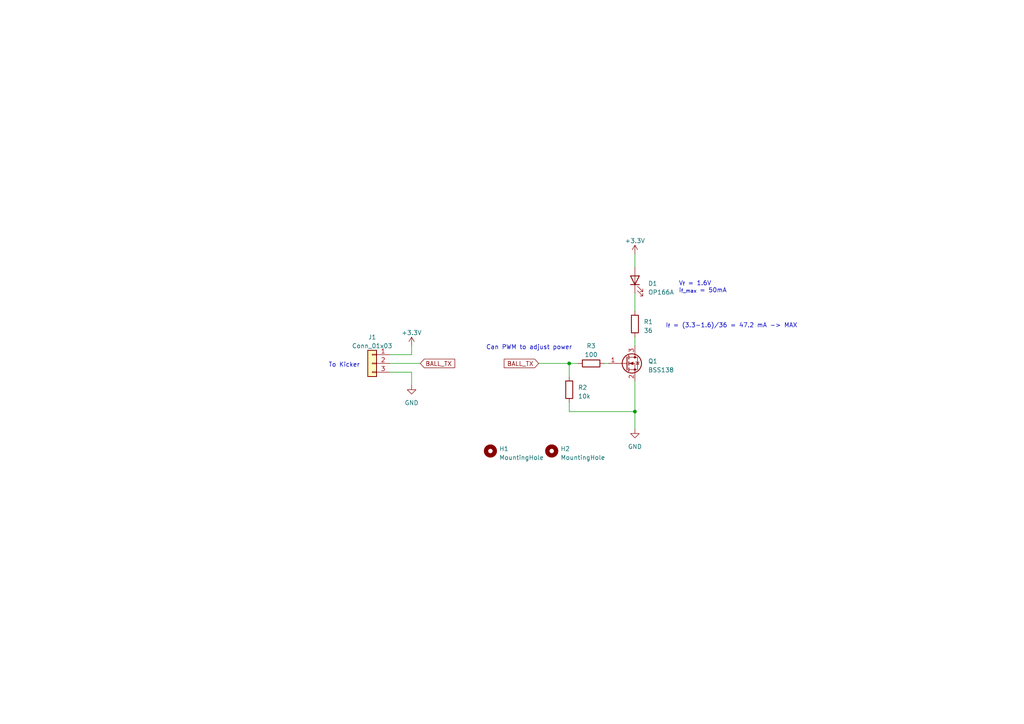
<source format=kicad_sch>
(kicad_sch (version 20230121) (generator eeschema)
  (paper "A4")
  (lib_symbols
    (symbol "Connector_Generic:Conn_01x03" (pin_names (offset 1.016) hide)
      (property "Reference" "J" (at 0 5.08 0))
      (property "Value" "Conn_01x03" (at 0 -5.08 0))
      (symbol "Conn_01x03_1_1"
        (rectangle (start -1.27 -2.413) (end 0 -2.667) (stroke (width 0.1524)))
        (rectangle (start -1.27 0.127) (end 0 -0.127) (stroke (width 0.1524)))
        (rectangle (start -1.27 2.667) (end 0 2.413) (stroke (width 0.1524)))
        (rectangle (start -1.27 3.81) (end 1.27 -3.81) (stroke (width 0.254)) (fill (type background)))
        (pin passive line (at -5.08 2.54 0) (length 3.81) (name "Pin_1") (number "1"))
        (pin passive line (at -5.08 0 0) (length 3.81) (name "Pin_2") (number "2"))
        (pin passive line (at -5.08 -2.54 0) (length 3.81) (name "Pin_3") (number "3"))
      )
    )
    (symbol "Device:LED" (pin_numbers hide) (pin_names (offset 1.016) hide)
      (property "Reference" "D" (at 0 2.54 0))
      (property "Value" "LED" (at 0 -2.54 0))
      (symbol "LED_0_1"
        (polyline (pts (xy -1.27 -1.27) (xy -1.27 1.27)) (stroke (width 0.254)))
        (polyline (pts (xy -1.27 0) (xy 1.27 0)))
        (polyline (pts (xy 1.27 -1.27) (xy 1.27 1.27) (xy -1.27 0) (xy 1.27 -1.27)) (stroke (width 0.254)))
        (polyline (pts (xy -3.048 -0.762) (xy -4.572 -2.286) (xy -3.81 -2.286) (xy -4.572 -2.286) (xy -4.572 -1.524)))
        (polyline (pts (xy -1.778 -0.762) (xy -3.302 -2.286) (xy -2.54 -2.286) (xy -3.302 -2.286) (xy -3.302 -1.524)))
      )
      (symbol "LED_1_1"
        (pin passive line (at -3.81 0 0) (length 2.54) (name "K") (number "1"))
        (pin passive line (at 3.81 0 180) (length 2.54) (name "A") (number "2"))
      )
    )
    (symbol "Device:R" (pin_numbers hide) (pin_names (offset 0))
      (property "Reference" "R" (at 2.032 0 90))
      (property "Value" "R" (at 0 0 90))
      (symbol "R_0_1"
        (rectangle (start -1.016 -2.54) (end 1.016 2.54) (stroke (width 0.254)))
      )
      (symbol "R_1_1"
        (pin passive line (at 0 3.81 270) (length 1.27) (name "~") (number "1"))
        (pin passive line (at 0 -3.81 90) (length 1.27) (name "~") (number "2"))
      )
    )
    (symbol "Mechanical:MountingHole" (pin_names (offset 1.016))
      (property "Reference" "H" (at 0 5.08 0))
      (property "Value" "MountingHole" (at 0 3.175 0))
      (symbol "MountingHole_0_1"
        (circle (center 0 0) (radius 1.27) (stroke (width 1.27)))
      )
    )
    (symbol "Transistor_FET:BSS138" (pin_names hide)
      (property "Reference" "Q" (at 5.08 1.905 0))
      (property "Value" "BSS138" (at 5.08 0 0))
      (symbol "BSS138_0_1"
        (polyline (pts (xy 0.254 0) (xy -2.54 0)))
        (polyline (pts (xy 0.254 1.905) (xy 0.254 -1.905)) (stroke (width 0.254)))
        (polyline (pts (xy 0.762 -1.27) (xy 0.762 -2.286)) (stroke (width 0.254)))
        (polyline (pts (xy 0.762 0.508) (xy 0.762 -0.508)) (stroke (width 0.254)))
        (polyline (pts (xy 0.762 2.286) (xy 0.762 1.27)) (stroke (width 0.254)))
        (polyline (pts (xy 2.54 2.54) (xy 2.54 1.778)))
        (polyline (pts (xy 2.54 -2.54) (xy 2.54 0) (xy 0.762 0)))
        (polyline (pts (xy 0.762 -1.778) (xy 3.302 -1.778) (xy 3.302 1.778) (xy 0.762 1.778)))
        (polyline (pts (xy 1.016 0) (xy 2.032 0.381) (xy 2.032 -0.381) (xy 1.016 0)) (fill (type outline)))
        (polyline (pts (xy 2.794 0.508) (xy 2.921 0.381) (xy 3.683 0.381) (xy 3.81 0.254)))
        (polyline (pts (xy 3.302 0.381) (xy 2.921 -0.254) (xy 3.683 -0.254) (xy 3.302 0.381)))
        (circle (center 1.651 0) (radius 2.794) (stroke (width 0.254)))
        (circle (center 2.54 -1.778) (radius 0.254) (fill (type outline)))
        (circle (center 2.54 1.778) (radius 0.254) (fill (type outline)))
      )
      (symbol "BSS138_1_1"
        (pin input line (at -5.08 0 0) (length 2.54) (name "G") (number "1"))
        (pin passive line (at 2.54 -5.08 90) (length 2.54) (name "S") (number "2"))
        (pin passive line (at 2.54 5.08 270) (length 2.54) (name "D") (number "3"))
      )
    )
    (symbol "power:+3.3V" (power) (pin_names (offset 0))
      (property "Value" "+3.3V" (at 0 3.556 0))
      (symbol "+3.3V_0_1"
        (polyline (pts (xy -0.762 1.27) (xy 0 2.54)))
        (polyline (pts (xy 0 0) (xy 0 2.54)))
        (polyline (pts (xy 0 2.54) (xy 0.762 1.27)))
      )
      (symbol "+3.3V_1_1"
        (pin power_in line (at 0 0 90) (length 0) hide (name "+3.3V") (number "1"))
      )
    )
    (symbol "power:GND" (power) (pin_names (offset 0))
      (property "Value" "GND" (at 0 -3.81 0))
      (symbol "GND_0_1"
        (polyline (pts (xy 0 0) (xy 0 -1.27) (xy 1.27 -1.27) (xy 0 -2.54) (xy -1.27 -1.27) (xy 0 -1.27)))
      )
      (symbol "GND_1_1"
        (pin power_in line (at 0 0 270) (length 0) hide (name "GND") (number "1"))
      )
    )
  )
  (junction (at 184.15 119.38))
  (junction (at 165.1 105.41))
  (wire (pts (xy 184.15 85.09) (xy 184.15 90.17)))
  (wire (pts (xy 165.1 116.84) (xy 165.1 119.38)))
  (wire (pts (xy 113.03 102.87) (xy 119.38 102.87)))
  (wire (pts (xy 184.15 110.49) (xy 184.15 119.38)))
  (wire (pts (xy 113.03 105.41) (xy 121.92 105.41)))
  (wire (pts (xy 156.21 105.41) (xy 165.1 105.41)))
  (wire (pts (xy 113.03 107.95) (xy 119.38 107.95)))
  (wire (pts (xy 184.15 119.38) (xy 184.15 124.46)))
  (wire (pts (xy 175.26 105.41) (xy 176.53 105.41)))
  (wire (pts (xy 165.1 105.41) (xy 167.64 105.41)))
  (wire (pts (xy 119.38 107.95) (xy 119.38 111.76)))
  (wire (pts (xy 119.38 102.87) (xy 119.38 100.33)))
  (wire (pts (xy 184.15 73.66) (xy 184.15 77.47)))
  (wire (pts (xy 165.1 119.38) (xy 184.15 119.38)))
  (wire (pts (xy 184.15 97.79) (xy 184.15 100.33)))
  (wire (pts (xy 165.1 105.41) (xy 165.1 109.22)))
  (text "I_{f} = (3.3-1.6)/36 = 47.2 mA -> MAX" (at 193.04 95.25 0) (effects (font (size 1.27 1.27)) (justify left bottom)))
  (text "To Kicker" (at 95.25 106.68 0) (effects (font (size 1.27 1.27)) (justify left bottom)))
  (text "V_{f} = 1.6V\nI_{f_max} = 50mA\n" (at 196.85 85.09 0) (effects (font (size 1.27 1.27)) (justify left bottom)))
  (text "Can PWM to adjust power" (at 140.97 101.6 0) (effects (font (size 1.27 1.27)) (justify left bottom)))
  (global_label "BALL_TX" (shape input) (at 121.92 105.41 0) (property "Intersheetrefs" "${INTERSHEET_REFS}" (effects hide)))
  (global_label "BALL_TX" (shape input) (at 156.21 105.41 180) (property "Intersheetrefs" "${INTERSHEET_REFS}" (effects hide)))
  (symbol (lib_id "power:+3.3V") (at 119.38 100.33 0) (unit 1)
    (property "Reference" "#PWR03" (effects hide))
    (property "Value" "+3.3V" (at 119.38 96.52 0))
  )
  (symbol (lib_id "power:+3.3V") (at 184.15 73.66 0) (unit 1)
    (property "Reference" "#PWR02" (effects hide))
    (property "Value" "+3.3V" (at 184.15 69.85 0))
  )
  (symbol (lib_id "Device:LED") (at 184.15 81.28 90) (unit 1)
    (property "Reference" "D1" (at 187.96 82.2325 90) (effects (justify right)))
    (property "Value" "OP166A" (at 187.96 84.7725 90) (effects (justify right)))
    (property "Footprint" "LED_THT:LED_D3.0mm" (effects hide))
  )
  (symbol (lib_id "Device:R") (at 171.45 105.41 90) (unit 1)
    (property "Reference" "R3" (at 171.45 100.33 90))
    (property "Value" "100" (at 171.45 102.87 90))
    (property "Footprint" "Resistor_SMD:R_0603_1608Metric_Pad0.98x0.95mm_HandSolder" (effects hide))
  )
  (symbol (lib_id "power:GND") (at 184.15 124.46 0) (unit 1)
    (property "Reference" "#PWR01" (effects hide))
    (property "Value" "GND" (at 184.15 129.54 0))
  )
  (symbol (lib_id "power:GND") (at 119.38 111.76 0) (unit 1)
    (property "Reference" "#PWR04" (effects hide))
    (property "Value" "GND" (at 119.38 116.84 0))
  )
  (symbol (lib_id "Mechanical:MountingHole") (at 160.02 130.81 0) (unit 1)
    (property "Reference" "H2" (at 162.56 130.175 0) (effects (justify left)))
    (property "Value" "MountingHole" (at 162.56 132.715 0) (effects (justify left)))
    (property "Footprint" "MountingHole:MountingHole_2.2mm_M2" (effects hide))
  )
  (symbol (lib_id "Transistor_FET:BSS138") (at 181.61 105.41 0) (unit 1)
    (property "Reference" "Q1" (at 187.96 104.775 0) (effects (justify left)))
    (property "Value" "BSS138" (at 187.96 107.315 0) (effects (justify left)))
    (property "Footprint" "Package_TO_SOT_SMD:SOT-23" (effects hide))
    (property "Datasheet" "https://www.onsemi.com/pub/Collateral/BSS138-D.PDF" (effects hide))
  )
  (symbol (lib_id "Connector_Generic:Conn_01x03") (at 107.95 105.41 0) (mirror y) (unit 1)
    (property "Reference" "J1" (at 107.95 97.79 0))
    (property "Value" "Conn_01x03" (at 107.95 100.33 0))
    (property "Footprint" "Connector_JST:JST_SH_SM03B-SRSS-TB_1x03-1MP_P1.00mm_Horizontal" (effects hide))
  )
  (symbol (lib_id "Device:R") (at 184.15 93.98 0) (unit 1)
    (property "Reference" "R1" (at 186.69 93.345 0) (effects (justify left)))
    (property "Value" "36" (at 186.69 95.885 0) (effects (justify left)))
    (property "Footprint" "Resistor_SMD:R_0603_1608Metric_Pad0.98x0.95mm_HandSolder" (effects hide))
  )
  (symbol (lib_id "Mechanical:MountingHole") (at 142.24 130.81 0) (unit 1)
    (property "Reference" "H1" (at 144.78 130.175 0) (effects (justify left)))
    (property "Value" "MountingHole" (at 144.78 132.715 0) (effects (justify left)))
    (property "Footprint" "MountingHole:MountingHole_2.2mm_M2" (effects hide))
  )
  (symbol (lib_id "Device:R") (at 165.1 113.03 0) (unit 1)
    (property "Reference" "R2" (at 167.64 112.395 0) (effects (justify left)))
    (property "Value" "10k" (at 167.64 114.935 0) (effects (justify left)))
    (property "Footprint" "Resistor_SMD:R_0603_1608Metric_Pad0.98x0.95mm_HandSolder" (effects hide))
  )
)
</source>
